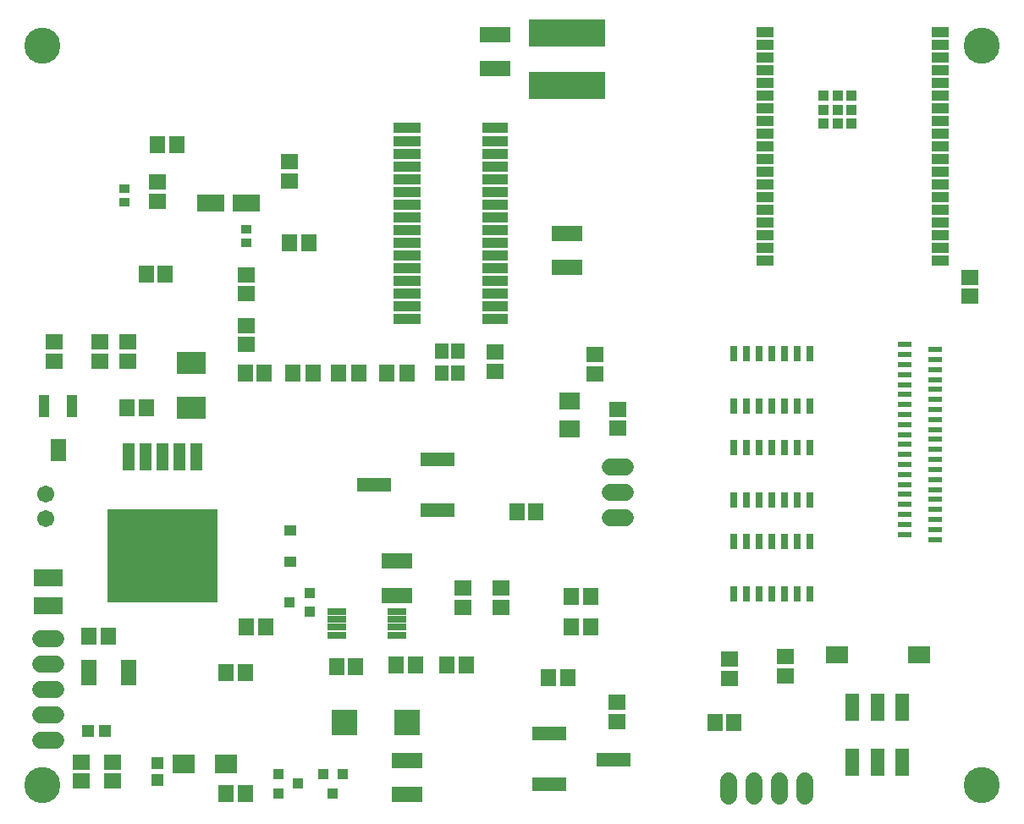
<source format=gbr>
G04 EAGLE Gerber RS-274X export*
G75*
%MOMM*%
%FSLAX34Y34*%
%LPD*%
%INSoldermask Top*%
%IPPOS*%
%AMOC8*
5,1,8,0,0,1.08239X$1,22.5*%
G01*
%ADD10C,3.603200*%
%ADD11R,1.503200X1.703200*%
%ADD12C,1.727200*%
%ADD13R,1.703200X1.503200*%
%ADD14R,1.403200X2.703200*%
%ADD15R,2.203200X1.703200*%
%ADD16R,1.703200X1.103200*%
%ADD17R,1.103200X1.103200*%
%ADD18R,0.803200X1.503200*%
%ADD19R,1.403200X0.553200*%
%ADD20R,1.103200X2.203200*%
%ADD21R,1.503200X2.203200*%
%ADD22R,11.103200X9.303200*%
%ADD23R,1.253200X2.703200*%
%ADD24R,1.303200X1.003200*%
%ADD25R,2.903200X1.803200*%
%ADD26R,1.553200X0.473200*%
%ADD27R,1.983200X0.653200*%
%ADD28R,3.053200X1.603200*%
%ADD29R,1.103200X1.003200*%
%ADD30R,3.503200X1.393200*%
%ADD31R,2.003200X1.803200*%
%ADD32R,3.003200X2.203200*%
%ADD33R,1.003200X1.103200*%
%ADD34R,2.573200X2.633200*%
%ADD35R,1.203200X1.303200*%
%ADD36R,1.303200X1.203200*%
%ADD37R,2.203200X1.923200*%
%ADD38C,1.703200*%
%ADD39R,7.703200X2.703200*%
%ADD40R,2.603200X1.003200*%
%ADD41R,2.703200X1.003200*%
%ADD42R,2.803200X1.803200*%
%ADD43R,1.803200X1.503200*%
%ADD44R,1.503200X1.803200*%
%ADD45R,1.103200X0.903200*%
%ADD46R,1.353200X1.603200*%


D10*
X970000Y770000D03*
X970000Y30000D03*
X30000Y770000D03*
X30000Y30000D03*
D11*
X702970Y92710D03*
X721970Y92710D03*
D12*
X792480Y34290D02*
X792480Y19050D01*
X767080Y19050D02*
X767080Y34290D01*
X741680Y34290D02*
X741680Y19050D01*
X716280Y19050D02*
X716280Y34290D01*
D13*
X773430Y158090D03*
X773430Y139090D03*
X957580Y537820D03*
X957580Y518820D03*
X717550Y155550D03*
X717550Y136550D03*
D14*
X890270Y52950D03*
X865270Y52950D03*
X840270Y52950D03*
X890270Y107950D03*
X865270Y107950D03*
X840270Y107950D03*
D15*
X906780Y160020D03*
X824780Y160020D03*
D16*
X753110Y783590D03*
X753110Y770890D03*
X753110Y758190D03*
X753110Y745490D03*
X753110Y732790D03*
X753110Y720090D03*
X753110Y707390D03*
X753110Y694690D03*
X753110Y681990D03*
X753110Y669290D03*
X753110Y656590D03*
X753110Y643890D03*
X753110Y631190D03*
X753110Y618490D03*
X753110Y605790D03*
X753110Y593090D03*
X753110Y580390D03*
X753110Y567690D03*
X753110Y554990D03*
D17*
X811610Y719590D03*
X825610Y719590D03*
X839610Y719590D03*
X811610Y705590D03*
X825610Y705590D03*
X839610Y705590D03*
X811610Y691590D03*
X825610Y691590D03*
X839610Y691590D03*
D16*
X928110Y783590D03*
X928110Y770890D03*
X928110Y758190D03*
X928110Y745490D03*
X928110Y732790D03*
X928110Y720090D03*
X928110Y707390D03*
X928110Y694690D03*
X928110Y681990D03*
X928110Y669290D03*
X928110Y656590D03*
X928110Y643890D03*
X928110Y631190D03*
X928110Y618490D03*
X928110Y605790D03*
X928110Y593090D03*
X928110Y580390D03*
X928110Y567690D03*
X928110Y554990D03*
D18*
X721360Y314960D03*
X734060Y314960D03*
X746760Y314960D03*
X759460Y314960D03*
X772160Y314960D03*
X784860Y314960D03*
X797560Y314960D03*
X797560Y367960D03*
X784860Y367960D03*
X772160Y367960D03*
X759460Y367960D03*
X746760Y367960D03*
X734060Y367960D03*
X721360Y367960D03*
X721360Y408940D03*
X734060Y408940D03*
X746760Y408940D03*
X759460Y408940D03*
X772160Y408940D03*
X784860Y408940D03*
X797560Y408940D03*
X797560Y461940D03*
X784860Y461940D03*
X772160Y461940D03*
X759460Y461940D03*
X746760Y461940D03*
X734060Y461940D03*
X721360Y461940D03*
X721360Y220980D03*
X734060Y220980D03*
X746760Y220980D03*
X759460Y220980D03*
X772160Y220980D03*
X784860Y220980D03*
X797560Y220980D03*
X797560Y273980D03*
X784860Y273980D03*
X772160Y273980D03*
X759460Y273980D03*
X746760Y273980D03*
X734060Y273980D03*
X721360Y273980D03*
D19*
X923290Y275590D03*
X923290Y295590D03*
X923290Y305590D03*
X923290Y315590D03*
X923290Y325590D03*
X923290Y335590D03*
X923290Y345590D03*
X923290Y355590D03*
X923290Y365590D03*
X923290Y375590D03*
X923290Y385590D03*
X923290Y395590D03*
X923290Y405590D03*
X923290Y415590D03*
X923290Y425590D03*
X923290Y435590D03*
X923290Y445590D03*
X923290Y455590D03*
X923290Y465590D03*
X923290Y285590D03*
X892790Y280590D03*
X892790Y300590D03*
X892790Y310590D03*
X892790Y320590D03*
X892790Y330590D03*
X892790Y340590D03*
X892790Y350590D03*
X892790Y360590D03*
X892790Y370590D03*
X892790Y380590D03*
X892790Y390590D03*
X892790Y400590D03*
X892790Y410590D03*
X892790Y420590D03*
X892790Y430590D03*
X892790Y440590D03*
X892790Y450590D03*
X892790Y460590D03*
X892790Y470590D03*
X892790Y290590D03*
D13*
X115570Y473050D03*
X115570Y454050D03*
X87630Y454050D03*
X87630Y473050D03*
X41910Y454050D03*
X41910Y473050D03*
D11*
X133960Y407670D03*
X114960Y407670D03*
D13*
X582930Y441350D03*
X582930Y460350D03*
D20*
X59720Y409350D03*
D21*
X45720Y365350D03*
D20*
X31720Y409350D03*
D22*
X149860Y259080D03*
D23*
X183860Y358080D03*
X166860Y358080D03*
X115860Y358080D03*
X149860Y358080D03*
X132860Y358080D03*
D13*
X100330Y33680D03*
X100330Y52680D03*
D11*
X214020Y142240D03*
X233020Y142240D03*
X95860Y179070D03*
X76860Y179070D03*
D13*
X604520Y112370D03*
X604520Y93370D03*
X68580Y52680D03*
X68580Y33680D03*
D11*
X214020Y21590D03*
X233020Y21590D03*
X536600Y137160D03*
X555600Y137160D03*
X403200Y149860D03*
X384200Y149860D03*
X234340Y187960D03*
X253340Y187960D03*
D13*
X488950Y207670D03*
X488950Y226670D03*
D11*
X504850Y303530D03*
X523850Y303530D03*
X343510Y148590D03*
X324510Y148590D03*
D13*
X605790Y386740D03*
X605790Y405740D03*
X450850Y207670D03*
X450850Y226670D03*
D11*
X435000Y149860D03*
X454000Y149860D03*
X578460Y218440D03*
X559460Y218440D03*
X578460Y187960D03*
X559460Y187960D03*
D12*
X43180Y176530D02*
X27940Y176530D01*
X27940Y151130D02*
X43180Y151130D01*
X43180Y125730D02*
X27940Y125730D01*
X27940Y100330D02*
X43180Y100330D01*
X43180Y74930D02*
X27940Y74930D01*
D24*
X278130Y284480D03*
X278130Y253480D03*
D25*
X35560Y209520D03*
X35560Y237520D03*
D12*
X598170Y297180D02*
X613410Y297180D01*
X613410Y322580D02*
X598170Y322580D01*
X598170Y347980D02*
X613410Y347980D01*
D26*
X115950Y152080D03*
X115950Y147080D03*
X115950Y142080D03*
X115950Y137080D03*
X76550Y152080D03*
X76550Y147080D03*
X76550Y142080D03*
X76550Y137080D03*
X115950Y132080D03*
X76550Y132080D03*
D27*
X384420Y203700D03*
X384520Y195700D03*
X384420Y187700D03*
X384320Y179700D03*
X324320Y179700D03*
X324320Y187700D03*
X324420Y195700D03*
X324320Y203700D03*
D28*
X384810Y219710D03*
X384810Y253710D03*
D29*
X297490Y203250D03*
X297490Y222250D03*
X277490Y212750D03*
D30*
X425450Y304800D03*
X425450Y355600D03*
X361450Y330700D03*
D31*
X557530Y386050D03*
X557530Y414050D03*
D32*
X179070Y452120D03*
X179070Y407120D03*
D29*
X265760Y40590D03*
X265760Y21590D03*
X285760Y31090D03*
D33*
X330150Y40940D03*
X311150Y40940D03*
X320650Y20940D03*
D28*
X394970Y20320D03*
X394970Y54320D03*
D34*
X394970Y92710D03*
X332570Y92710D03*
D35*
X144780Y51680D03*
X144780Y34680D03*
D36*
X75320Y83820D03*
X92320Y83820D03*
D30*
X537210Y81280D03*
X537210Y30480D03*
X601210Y55380D03*
D37*
X171450Y50800D03*
X213450Y50800D03*
D38*
X33020Y321310D03*
X33020Y296310D03*
D39*
X554990Y730250D03*
X554990Y782250D03*
D40*
X482510Y496450D03*
X482510Y509350D03*
X482510Y522050D03*
X482510Y534750D03*
X482510Y547450D03*
X482510Y560150D03*
X482510Y572850D03*
X482510Y585550D03*
X482510Y598250D03*
X482510Y610950D03*
X482510Y623650D03*
X482510Y636350D03*
X482510Y649050D03*
X482510Y661750D03*
X482510Y674450D03*
X482510Y687650D03*
D41*
X394510Y687650D03*
X394510Y674450D03*
X394510Y661750D03*
X394510Y649050D03*
X394510Y636350D03*
X394510Y623650D03*
X394510Y610950D03*
X394510Y598250D03*
X394510Y585550D03*
X394510Y572850D03*
X394510Y560150D03*
X394510Y547450D03*
X394510Y534750D03*
X394510Y522050D03*
X394510Y509350D03*
X394510Y496450D03*
D42*
X234120Y611880D03*
X198120Y611880D03*
D28*
X554990Y581660D03*
X554990Y547660D03*
D13*
X233680Y521360D03*
X233680Y540360D03*
D43*
X482600Y443390D03*
X482600Y463390D03*
D44*
X326550Y441960D03*
X346550Y441960D03*
D11*
X296520Y572770D03*
X277520Y572770D03*
D13*
X233680Y489560D03*
X233680Y470560D03*
D11*
X252070Y441960D03*
X233070Y441960D03*
D45*
X233680Y585620D03*
X233680Y572620D03*
D46*
X445520Y463960D03*
X445520Y441960D03*
X429520Y441960D03*
X429520Y463960D03*
D44*
X374810Y441960D03*
X394810Y441960D03*
D43*
X276860Y633890D03*
X276860Y653890D03*
X144780Y613570D03*
X144780Y633570D03*
D44*
X144940Y670560D03*
X164940Y670560D03*
D45*
X111760Y626260D03*
X111760Y613260D03*
D44*
X280830Y441960D03*
X300830Y441960D03*
D11*
X134010Y541020D03*
X153010Y541020D03*
D28*
X482600Y781050D03*
X482600Y747050D03*
M02*

</source>
